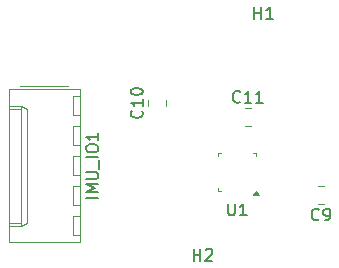
<source format=gbr>
%TF.GenerationSoftware,KiCad,Pcbnew,8.0.5*%
%TF.CreationDate,2024-11-05T12:58:27-06:00*%
%TF.ProjectId,golf_club_imu,676f6c66-5f63-46c7-9562-5f696d752e6b,rev?*%
%TF.SameCoordinates,Original*%
%TF.FileFunction,Legend,Top*%
%TF.FilePolarity,Positive*%
%FSLAX46Y46*%
G04 Gerber Fmt 4.6, Leading zero omitted, Abs format (unit mm)*
G04 Created by KiCad (PCBNEW 8.0.5) date 2024-11-05 12:58:27*
%MOMM*%
%LPD*%
G01*
G04 APERTURE LIST*
%ADD10C,0.150000*%
%ADD11C,0.120000*%
G04 APERTURE END LIST*
D10*
X149453695Y-45463619D02*
X149453695Y-44463619D01*
X149453695Y-44939809D02*
X150025123Y-44939809D01*
X150025123Y-45463619D02*
X150025123Y-44463619D01*
X151025123Y-45463619D02*
X150453695Y-45463619D01*
X150739409Y-45463619D02*
X150739409Y-44463619D01*
X150739409Y-44463619D02*
X150644171Y-44606476D01*
X150644171Y-44606476D02*
X150548933Y-44701714D01*
X150548933Y-44701714D02*
X150453695Y-44749333D01*
X144322895Y-65952419D02*
X144322895Y-64952419D01*
X144322895Y-65428609D02*
X144894323Y-65428609D01*
X144894323Y-65952419D02*
X144894323Y-64952419D01*
X145322895Y-65047657D02*
X145370514Y-65000038D01*
X145370514Y-65000038D02*
X145465752Y-64952419D01*
X145465752Y-64952419D02*
X145703847Y-64952419D01*
X145703847Y-64952419D02*
X145799085Y-65000038D01*
X145799085Y-65000038D02*
X145846704Y-65047657D01*
X145846704Y-65047657D02*
X145894323Y-65142895D01*
X145894323Y-65142895D02*
X145894323Y-65238133D01*
X145894323Y-65238133D02*
X145846704Y-65380990D01*
X145846704Y-65380990D02*
X145275276Y-65952419D01*
X145275276Y-65952419D02*
X145894323Y-65952419D01*
X147242495Y-61121619D02*
X147242495Y-61931142D01*
X147242495Y-61931142D02*
X147290114Y-62026380D01*
X147290114Y-62026380D02*
X147337733Y-62074000D01*
X147337733Y-62074000D02*
X147432971Y-62121619D01*
X147432971Y-62121619D02*
X147623447Y-62121619D01*
X147623447Y-62121619D02*
X147718685Y-62074000D01*
X147718685Y-62074000D02*
X147766304Y-62026380D01*
X147766304Y-62026380D02*
X147813923Y-61931142D01*
X147813923Y-61931142D02*
X147813923Y-61121619D01*
X148813923Y-62121619D02*
X148242495Y-62121619D01*
X148528209Y-62121619D02*
X148528209Y-61121619D01*
X148528209Y-61121619D02*
X148432971Y-61264476D01*
X148432971Y-61264476D02*
X148337733Y-61359714D01*
X148337733Y-61359714D02*
X148242495Y-61407333D01*
X136228419Y-60626284D02*
X135228419Y-60626284D01*
X136228419Y-60150094D02*
X135228419Y-60150094D01*
X135228419Y-60150094D02*
X135942704Y-59816761D01*
X135942704Y-59816761D02*
X135228419Y-59483428D01*
X135228419Y-59483428D02*
X136228419Y-59483428D01*
X135228419Y-59007237D02*
X136037942Y-59007237D01*
X136037942Y-59007237D02*
X136133180Y-58959618D01*
X136133180Y-58959618D02*
X136180800Y-58911999D01*
X136180800Y-58911999D02*
X136228419Y-58816761D01*
X136228419Y-58816761D02*
X136228419Y-58626285D01*
X136228419Y-58626285D02*
X136180800Y-58531047D01*
X136180800Y-58531047D02*
X136133180Y-58483428D01*
X136133180Y-58483428D02*
X136037942Y-58435809D01*
X136037942Y-58435809D02*
X135228419Y-58435809D01*
X136323657Y-58197714D02*
X136323657Y-57435809D01*
X136228419Y-57197713D02*
X135228419Y-57197713D01*
X135228419Y-56531047D02*
X135228419Y-56340571D01*
X135228419Y-56340571D02*
X135276038Y-56245333D01*
X135276038Y-56245333D02*
X135371276Y-56150095D01*
X135371276Y-56150095D02*
X135561752Y-56102476D01*
X135561752Y-56102476D02*
X135895085Y-56102476D01*
X135895085Y-56102476D02*
X136085561Y-56150095D01*
X136085561Y-56150095D02*
X136180800Y-56245333D01*
X136180800Y-56245333D02*
X136228419Y-56340571D01*
X136228419Y-56340571D02*
X136228419Y-56531047D01*
X136228419Y-56531047D02*
X136180800Y-56626285D01*
X136180800Y-56626285D02*
X136085561Y-56721523D01*
X136085561Y-56721523D02*
X135895085Y-56769142D01*
X135895085Y-56769142D02*
X135561752Y-56769142D01*
X135561752Y-56769142D02*
X135371276Y-56721523D01*
X135371276Y-56721523D02*
X135276038Y-56626285D01*
X135276038Y-56626285D02*
X135228419Y-56531047D01*
X136228419Y-55150095D02*
X136228419Y-55721523D01*
X136228419Y-55435809D02*
X135228419Y-55435809D01*
X135228419Y-55435809D02*
X135371276Y-55531047D01*
X135371276Y-55531047D02*
X135466514Y-55626285D01*
X135466514Y-55626285D02*
X135514133Y-55721523D01*
X148251942Y-52476780D02*
X148204323Y-52524400D01*
X148204323Y-52524400D02*
X148061466Y-52572019D01*
X148061466Y-52572019D02*
X147966228Y-52572019D01*
X147966228Y-52572019D02*
X147823371Y-52524400D01*
X147823371Y-52524400D02*
X147728133Y-52429161D01*
X147728133Y-52429161D02*
X147680514Y-52333923D01*
X147680514Y-52333923D02*
X147632895Y-52143447D01*
X147632895Y-52143447D02*
X147632895Y-52000590D01*
X147632895Y-52000590D02*
X147680514Y-51810114D01*
X147680514Y-51810114D02*
X147728133Y-51714876D01*
X147728133Y-51714876D02*
X147823371Y-51619638D01*
X147823371Y-51619638D02*
X147966228Y-51572019D01*
X147966228Y-51572019D02*
X148061466Y-51572019D01*
X148061466Y-51572019D02*
X148204323Y-51619638D01*
X148204323Y-51619638D02*
X148251942Y-51667257D01*
X149204323Y-52572019D02*
X148632895Y-52572019D01*
X148918609Y-52572019D02*
X148918609Y-51572019D01*
X148918609Y-51572019D02*
X148823371Y-51714876D01*
X148823371Y-51714876D02*
X148728133Y-51810114D01*
X148728133Y-51810114D02*
X148632895Y-51857733D01*
X150156704Y-52572019D02*
X149585276Y-52572019D01*
X149870990Y-52572019D02*
X149870990Y-51572019D01*
X149870990Y-51572019D02*
X149775752Y-51714876D01*
X149775752Y-51714876D02*
X149680514Y-51810114D01*
X149680514Y-51810114D02*
X149585276Y-51857733D01*
X139903580Y-53250157D02*
X139951200Y-53297776D01*
X139951200Y-53297776D02*
X139998819Y-53440633D01*
X139998819Y-53440633D02*
X139998819Y-53535871D01*
X139998819Y-53535871D02*
X139951200Y-53678728D01*
X139951200Y-53678728D02*
X139855961Y-53773966D01*
X139855961Y-53773966D02*
X139760723Y-53821585D01*
X139760723Y-53821585D02*
X139570247Y-53869204D01*
X139570247Y-53869204D02*
X139427390Y-53869204D01*
X139427390Y-53869204D02*
X139236914Y-53821585D01*
X139236914Y-53821585D02*
X139141676Y-53773966D01*
X139141676Y-53773966D02*
X139046438Y-53678728D01*
X139046438Y-53678728D02*
X138998819Y-53535871D01*
X138998819Y-53535871D02*
X138998819Y-53440633D01*
X138998819Y-53440633D02*
X139046438Y-53297776D01*
X139046438Y-53297776D02*
X139094057Y-53250157D01*
X139998819Y-52297776D02*
X139998819Y-52869204D01*
X139998819Y-52583490D02*
X138998819Y-52583490D01*
X138998819Y-52583490D02*
X139141676Y-52678728D01*
X139141676Y-52678728D02*
X139236914Y-52773966D01*
X139236914Y-52773966D02*
X139284533Y-52869204D01*
X138998819Y-51678728D02*
X138998819Y-51583490D01*
X138998819Y-51583490D02*
X139046438Y-51488252D01*
X139046438Y-51488252D02*
X139094057Y-51440633D01*
X139094057Y-51440633D02*
X139189295Y-51393014D01*
X139189295Y-51393014D02*
X139379771Y-51345395D01*
X139379771Y-51345395D02*
X139617866Y-51345395D01*
X139617866Y-51345395D02*
X139808342Y-51393014D01*
X139808342Y-51393014D02*
X139903580Y-51440633D01*
X139903580Y-51440633D02*
X139951200Y-51488252D01*
X139951200Y-51488252D02*
X139998819Y-51583490D01*
X139998819Y-51583490D02*
X139998819Y-51678728D01*
X139998819Y-51678728D02*
X139951200Y-51773966D01*
X139951200Y-51773966D02*
X139903580Y-51821585D01*
X139903580Y-51821585D02*
X139808342Y-51869204D01*
X139808342Y-51869204D02*
X139617866Y-51916823D01*
X139617866Y-51916823D02*
X139379771Y-51916823D01*
X139379771Y-51916823D02*
X139189295Y-51869204D01*
X139189295Y-51869204D02*
X139094057Y-51821585D01*
X139094057Y-51821585D02*
X139046438Y-51773966D01*
X139046438Y-51773966D02*
X138998819Y-51678728D01*
X154925733Y-62440780D02*
X154878114Y-62488400D01*
X154878114Y-62488400D02*
X154735257Y-62536019D01*
X154735257Y-62536019D02*
X154640019Y-62536019D01*
X154640019Y-62536019D02*
X154497162Y-62488400D01*
X154497162Y-62488400D02*
X154401924Y-62393161D01*
X154401924Y-62393161D02*
X154354305Y-62297923D01*
X154354305Y-62297923D02*
X154306686Y-62107447D01*
X154306686Y-62107447D02*
X154306686Y-61964590D01*
X154306686Y-61964590D02*
X154354305Y-61774114D01*
X154354305Y-61774114D02*
X154401924Y-61678876D01*
X154401924Y-61678876D02*
X154497162Y-61583638D01*
X154497162Y-61583638D02*
X154640019Y-61536019D01*
X154640019Y-61536019D02*
X154735257Y-61536019D01*
X154735257Y-61536019D02*
X154878114Y-61583638D01*
X154878114Y-61583638D02*
X154925733Y-61631257D01*
X155401924Y-62536019D02*
X155592400Y-62536019D01*
X155592400Y-62536019D02*
X155687638Y-62488400D01*
X155687638Y-62488400D02*
X155735257Y-62440780D01*
X155735257Y-62440780D02*
X155830495Y-62297923D01*
X155830495Y-62297923D02*
X155878114Y-62107447D01*
X155878114Y-62107447D02*
X155878114Y-61726495D01*
X155878114Y-61726495D02*
X155830495Y-61631257D01*
X155830495Y-61631257D02*
X155782876Y-61583638D01*
X155782876Y-61583638D02*
X155687638Y-61536019D01*
X155687638Y-61536019D02*
X155497162Y-61536019D01*
X155497162Y-61536019D02*
X155401924Y-61583638D01*
X155401924Y-61583638D02*
X155354305Y-61631257D01*
X155354305Y-61631257D02*
X155306686Y-61726495D01*
X155306686Y-61726495D02*
X155306686Y-61964590D01*
X155306686Y-61964590D02*
X155354305Y-62059828D01*
X155354305Y-62059828D02*
X155401924Y-62107447D01*
X155401924Y-62107447D02*
X155497162Y-62155066D01*
X155497162Y-62155066D02*
X155687638Y-62155066D01*
X155687638Y-62155066D02*
X155782876Y-62107447D01*
X155782876Y-62107447D02*
X155830495Y-62059828D01*
X155830495Y-62059828D02*
X155878114Y-61964590D01*
D11*
%TO.C,U1*%
X149844400Y-60346800D02*
X149364400Y-60346800D01*
X149604400Y-60016800D01*
X149844400Y-60346800D01*
G36*
X149844400Y-60346800D02*
G01*
X149364400Y-60346800D01*
X149604400Y-60016800D01*
X149844400Y-60346800D01*
G37*
X146404400Y-56816800D02*
X146404400Y-57066800D01*
X146404400Y-56816800D02*
X146654400Y-56816800D01*
X146404400Y-60016800D02*
X146404400Y-59766800D01*
X146404400Y-60016800D02*
X146654400Y-60016800D01*
X149604400Y-56816800D02*
X149354400Y-56816800D01*
X149604400Y-56816800D02*
X149604400Y-57066800D01*
%TO.C,IMU_IO1*%
X133653600Y-51162000D02*
X129653600Y-51162000D01*
X134683600Y-51452000D02*
X128663600Y-51452000D01*
X128663600Y-51452000D02*
X128663600Y-64372000D01*
X134683600Y-52032000D02*
X134083600Y-52032000D01*
X134083600Y-52032000D02*
X134083600Y-53632000D01*
X129663600Y-52832000D02*
X130193600Y-53082000D01*
X129663600Y-52832000D02*
X129663600Y-62992000D01*
X128663600Y-52832000D02*
X129663600Y-52832000D01*
X130193600Y-53082000D02*
X130193600Y-62742000D01*
X128663600Y-53082000D02*
X129663600Y-53082000D01*
X134083600Y-53632000D02*
X134683600Y-53632000D01*
X134683600Y-54572000D02*
X134083600Y-54572000D01*
X134083600Y-54572000D02*
X134083600Y-56172000D01*
X134083600Y-56172000D02*
X134683600Y-56172000D01*
X134683600Y-57112000D02*
X134083600Y-57112000D01*
X134083600Y-57112000D02*
X134083600Y-58712000D01*
X134083600Y-58712000D02*
X134683600Y-58712000D01*
X134683600Y-59652000D02*
X134083600Y-59652000D01*
X134083600Y-59652000D02*
X134083600Y-61252000D01*
X134083600Y-61252000D02*
X134683600Y-61252000D01*
X134683600Y-62192000D02*
X134083600Y-62192000D01*
X134083600Y-62192000D02*
X134083600Y-63792000D01*
X130193600Y-62742000D02*
X129663600Y-62992000D01*
X128663600Y-62742000D02*
X129663600Y-62742000D01*
X129663600Y-62992000D02*
X128663600Y-62992000D01*
X134083600Y-63792000D02*
X134683600Y-63792000D01*
X134683600Y-64372000D02*
X134683600Y-51452000D01*
X128663600Y-64372000D02*
X134683600Y-64372000D01*
%TO.C,C11*%
X148633548Y-53062200D02*
X149156052Y-53062200D01*
X148633548Y-54532200D02*
X149156052Y-54532200D01*
%TO.C,C10*%
X141959000Y-52868552D02*
X141959000Y-52346048D01*
X140489000Y-52868552D02*
X140489000Y-52346048D01*
%TO.C,C9*%
X155353652Y-59666200D02*
X154831148Y-59666200D01*
X155353652Y-61136200D02*
X154831148Y-61136200D01*
%TD*%
M02*

</source>
